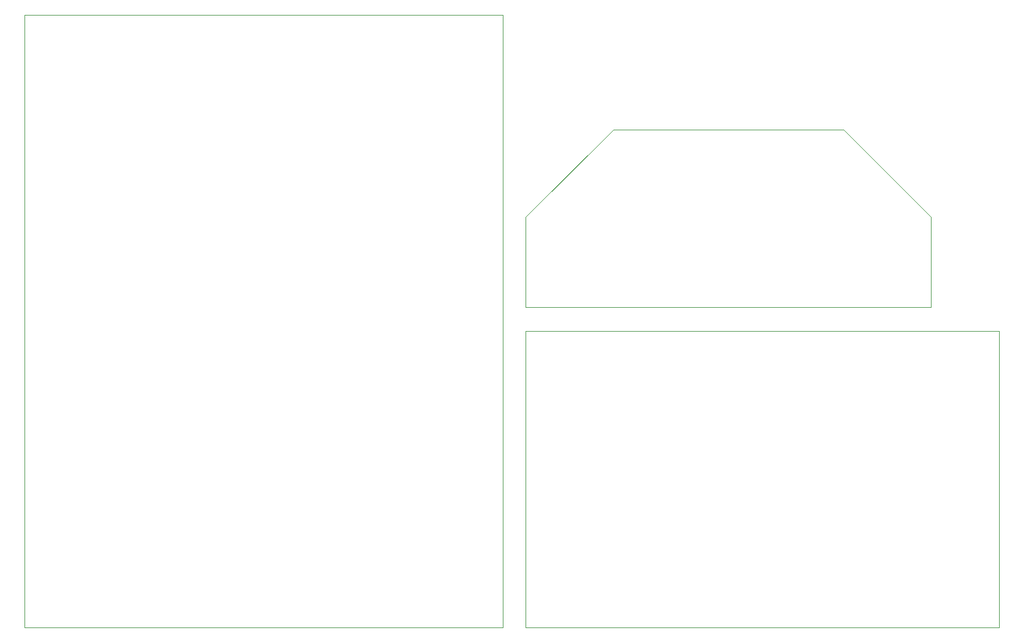
<source format=gbr>
G75*
%MOIN*%
%OFA0B0*%
%FSLAX25Y25*%
%IPPOS*%
%LPD*%
%AMOC8*
5,1,8,0,0,1.08239X$1,22.5*
%
%ADD10C,0.00000*%
D10*
X0001500Y0001500D02*
X0001500Y0343232D01*
X0268390Y0343232D01*
X0268390Y0001500D01*
X0001500Y0001500D01*
X0281028Y0001500D02*
X0281028Y0166854D01*
X0544807Y0166854D01*
X0544807Y0001500D01*
X0281028Y0001500D01*
X0281028Y0180240D02*
X0281028Y0230634D01*
X0329846Y0279453D01*
X0458193Y0279453D01*
X0507012Y0230634D01*
X0507012Y0180240D01*
X0506972Y0180240D02*
X0281028Y0180240D01*
M02*

</source>
